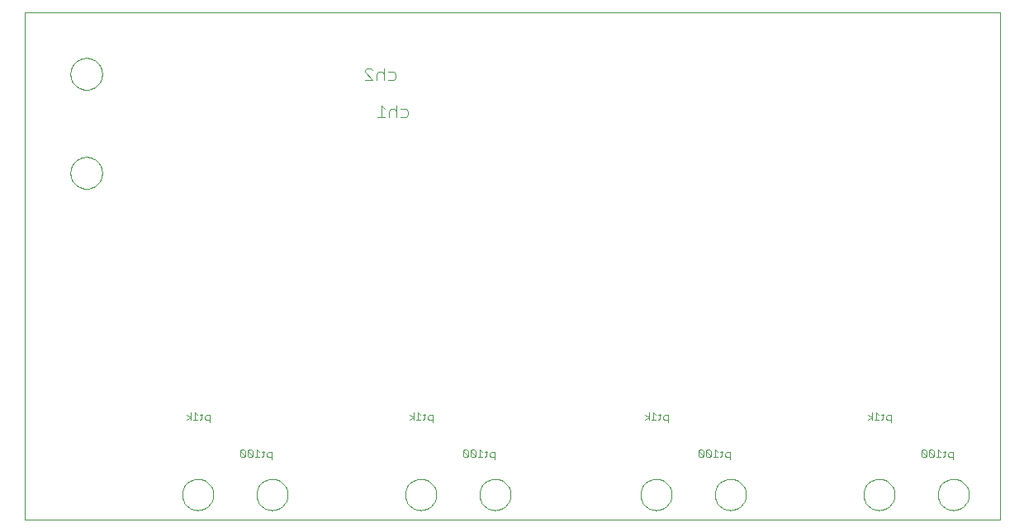
<source format=gbo>
G75*
G70*
%OFA0B0*%
%FSLAX24Y24*%
%IPPOS*%
%LPD*%
%AMOC8*
5,1,8,0,0,1.08239X$1,22.5*
%
%ADD10C,0.0000*%
%ADD11C,0.0040*%
%ADD12C,0.0030*%
D10*
X000704Y003195D02*
X000704Y023691D01*
X040074Y023691D01*
X040074Y003195D01*
X000704Y003195D01*
X007074Y004195D02*
X007076Y004245D01*
X007082Y004295D01*
X007092Y004344D01*
X007106Y004392D01*
X007123Y004439D01*
X007144Y004484D01*
X007169Y004528D01*
X007197Y004569D01*
X007229Y004608D01*
X007263Y004645D01*
X007300Y004679D01*
X007340Y004709D01*
X007382Y004736D01*
X007426Y004760D01*
X007472Y004781D01*
X007519Y004797D01*
X007567Y004810D01*
X007617Y004819D01*
X007666Y004824D01*
X007717Y004825D01*
X007767Y004822D01*
X007816Y004815D01*
X007865Y004804D01*
X007913Y004789D01*
X007959Y004771D01*
X008004Y004749D01*
X008047Y004723D01*
X008088Y004694D01*
X008127Y004662D01*
X008163Y004627D01*
X008195Y004589D01*
X008225Y004549D01*
X008252Y004506D01*
X008275Y004462D01*
X008294Y004416D01*
X008310Y004368D01*
X008322Y004319D01*
X008330Y004270D01*
X008334Y004220D01*
X008334Y004170D01*
X008330Y004120D01*
X008322Y004071D01*
X008310Y004022D01*
X008294Y003974D01*
X008275Y003928D01*
X008252Y003884D01*
X008225Y003841D01*
X008195Y003801D01*
X008163Y003763D01*
X008127Y003728D01*
X008088Y003696D01*
X008047Y003667D01*
X008004Y003641D01*
X007959Y003619D01*
X007913Y003601D01*
X007865Y003586D01*
X007816Y003575D01*
X007767Y003568D01*
X007717Y003565D01*
X007666Y003566D01*
X007617Y003571D01*
X007567Y003580D01*
X007519Y003593D01*
X007472Y003609D01*
X007426Y003630D01*
X007382Y003654D01*
X007340Y003681D01*
X007300Y003711D01*
X007263Y003745D01*
X007229Y003782D01*
X007197Y003821D01*
X007169Y003862D01*
X007144Y003906D01*
X007123Y003951D01*
X007106Y003998D01*
X007092Y004046D01*
X007082Y004095D01*
X007076Y004145D01*
X007074Y004195D01*
X010074Y004195D02*
X010076Y004245D01*
X010082Y004295D01*
X010092Y004344D01*
X010106Y004392D01*
X010123Y004439D01*
X010144Y004484D01*
X010169Y004528D01*
X010197Y004569D01*
X010229Y004608D01*
X010263Y004645D01*
X010300Y004679D01*
X010340Y004709D01*
X010382Y004736D01*
X010426Y004760D01*
X010472Y004781D01*
X010519Y004797D01*
X010567Y004810D01*
X010617Y004819D01*
X010666Y004824D01*
X010717Y004825D01*
X010767Y004822D01*
X010816Y004815D01*
X010865Y004804D01*
X010913Y004789D01*
X010959Y004771D01*
X011004Y004749D01*
X011047Y004723D01*
X011088Y004694D01*
X011127Y004662D01*
X011163Y004627D01*
X011195Y004589D01*
X011225Y004549D01*
X011252Y004506D01*
X011275Y004462D01*
X011294Y004416D01*
X011310Y004368D01*
X011322Y004319D01*
X011330Y004270D01*
X011334Y004220D01*
X011334Y004170D01*
X011330Y004120D01*
X011322Y004071D01*
X011310Y004022D01*
X011294Y003974D01*
X011275Y003928D01*
X011252Y003884D01*
X011225Y003841D01*
X011195Y003801D01*
X011163Y003763D01*
X011127Y003728D01*
X011088Y003696D01*
X011047Y003667D01*
X011004Y003641D01*
X010959Y003619D01*
X010913Y003601D01*
X010865Y003586D01*
X010816Y003575D01*
X010767Y003568D01*
X010717Y003565D01*
X010666Y003566D01*
X010617Y003571D01*
X010567Y003580D01*
X010519Y003593D01*
X010472Y003609D01*
X010426Y003630D01*
X010382Y003654D01*
X010340Y003681D01*
X010300Y003711D01*
X010263Y003745D01*
X010229Y003782D01*
X010197Y003821D01*
X010169Y003862D01*
X010144Y003906D01*
X010123Y003951D01*
X010106Y003998D01*
X010092Y004046D01*
X010082Y004095D01*
X010076Y004145D01*
X010074Y004195D01*
X016074Y004195D02*
X016076Y004245D01*
X016082Y004295D01*
X016092Y004344D01*
X016106Y004392D01*
X016123Y004439D01*
X016144Y004484D01*
X016169Y004528D01*
X016197Y004569D01*
X016229Y004608D01*
X016263Y004645D01*
X016300Y004679D01*
X016340Y004709D01*
X016382Y004736D01*
X016426Y004760D01*
X016472Y004781D01*
X016519Y004797D01*
X016567Y004810D01*
X016617Y004819D01*
X016666Y004824D01*
X016717Y004825D01*
X016767Y004822D01*
X016816Y004815D01*
X016865Y004804D01*
X016913Y004789D01*
X016959Y004771D01*
X017004Y004749D01*
X017047Y004723D01*
X017088Y004694D01*
X017127Y004662D01*
X017163Y004627D01*
X017195Y004589D01*
X017225Y004549D01*
X017252Y004506D01*
X017275Y004462D01*
X017294Y004416D01*
X017310Y004368D01*
X017322Y004319D01*
X017330Y004270D01*
X017334Y004220D01*
X017334Y004170D01*
X017330Y004120D01*
X017322Y004071D01*
X017310Y004022D01*
X017294Y003974D01*
X017275Y003928D01*
X017252Y003884D01*
X017225Y003841D01*
X017195Y003801D01*
X017163Y003763D01*
X017127Y003728D01*
X017088Y003696D01*
X017047Y003667D01*
X017004Y003641D01*
X016959Y003619D01*
X016913Y003601D01*
X016865Y003586D01*
X016816Y003575D01*
X016767Y003568D01*
X016717Y003565D01*
X016666Y003566D01*
X016617Y003571D01*
X016567Y003580D01*
X016519Y003593D01*
X016472Y003609D01*
X016426Y003630D01*
X016382Y003654D01*
X016340Y003681D01*
X016300Y003711D01*
X016263Y003745D01*
X016229Y003782D01*
X016197Y003821D01*
X016169Y003862D01*
X016144Y003906D01*
X016123Y003951D01*
X016106Y003998D01*
X016092Y004046D01*
X016082Y004095D01*
X016076Y004145D01*
X016074Y004195D01*
X019074Y004195D02*
X019076Y004245D01*
X019082Y004295D01*
X019092Y004344D01*
X019106Y004392D01*
X019123Y004439D01*
X019144Y004484D01*
X019169Y004528D01*
X019197Y004569D01*
X019229Y004608D01*
X019263Y004645D01*
X019300Y004679D01*
X019340Y004709D01*
X019382Y004736D01*
X019426Y004760D01*
X019472Y004781D01*
X019519Y004797D01*
X019567Y004810D01*
X019617Y004819D01*
X019666Y004824D01*
X019717Y004825D01*
X019767Y004822D01*
X019816Y004815D01*
X019865Y004804D01*
X019913Y004789D01*
X019959Y004771D01*
X020004Y004749D01*
X020047Y004723D01*
X020088Y004694D01*
X020127Y004662D01*
X020163Y004627D01*
X020195Y004589D01*
X020225Y004549D01*
X020252Y004506D01*
X020275Y004462D01*
X020294Y004416D01*
X020310Y004368D01*
X020322Y004319D01*
X020330Y004270D01*
X020334Y004220D01*
X020334Y004170D01*
X020330Y004120D01*
X020322Y004071D01*
X020310Y004022D01*
X020294Y003974D01*
X020275Y003928D01*
X020252Y003884D01*
X020225Y003841D01*
X020195Y003801D01*
X020163Y003763D01*
X020127Y003728D01*
X020088Y003696D01*
X020047Y003667D01*
X020004Y003641D01*
X019959Y003619D01*
X019913Y003601D01*
X019865Y003586D01*
X019816Y003575D01*
X019767Y003568D01*
X019717Y003565D01*
X019666Y003566D01*
X019617Y003571D01*
X019567Y003580D01*
X019519Y003593D01*
X019472Y003609D01*
X019426Y003630D01*
X019382Y003654D01*
X019340Y003681D01*
X019300Y003711D01*
X019263Y003745D01*
X019229Y003782D01*
X019197Y003821D01*
X019169Y003862D01*
X019144Y003906D01*
X019123Y003951D01*
X019106Y003998D01*
X019092Y004046D01*
X019082Y004095D01*
X019076Y004145D01*
X019074Y004195D01*
X025574Y004195D02*
X025576Y004245D01*
X025582Y004295D01*
X025592Y004344D01*
X025606Y004392D01*
X025623Y004439D01*
X025644Y004484D01*
X025669Y004528D01*
X025697Y004569D01*
X025729Y004608D01*
X025763Y004645D01*
X025800Y004679D01*
X025840Y004709D01*
X025882Y004736D01*
X025926Y004760D01*
X025972Y004781D01*
X026019Y004797D01*
X026067Y004810D01*
X026117Y004819D01*
X026166Y004824D01*
X026217Y004825D01*
X026267Y004822D01*
X026316Y004815D01*
X026365Y004804D01*
X026413Y004789D01*
X026459Y004771D01*
X026504Y004749D01*
X026547Y004723D01*
X026588Y004694D01*
X026627Y004662D01*
X026663Y004627D01*
X026695Y004589D01*
X026725Y004549D01*
X026752Y004506D01*
X026775Y004462D01*
X026794Y004416D01*
X026810Y004368D01*
X026822Y004319D01*
X026830Y004270D01*
X026834Y004220D01*
X026834Y004170D01*
X026830Y004120D01*
X026822Y004071D01*
X026810Y004022D01*
X026794Y003974D01*
X026775Y003928D01*
X026752Y003884D01*
X026725Y003841D01*
X026695Y003801D01*
X026663Y003763D01*
X026627Y003728D01*
X026588Y003696D01*
X026547Y003667D01*
X026504Y003641D01*
X026459Y003619D01*
X026413Y003601D01*
X026365Y003586D01*
X026316Y003575D01*
X026267Y003568D01*
X026217Y003565D01*
X026166Y003566D01*
X026117Y003571D01*
X026067Y003580D01*
X026019Y003593D01*
X025972Y003609D01*
X025926Y003630D01*
X025882Y003654D01*
X025840Y003681D01*
X025800Y003711D01*
X025763Y003745D01*
X025729Y003782D01*
X025697Y003821D01*
X025669Y003862D01*
X025644Y003906D01*
X025623Y003951D01*
X025606Y003998D01*
X025592Y004046D01*
X025582Y004095D01*
X025576Y004145D01*
X025574Y004195D01*
X028574Y004195D02*
X028576Y004245D01*
X028582Y004295D01*
X028592Y004344D01*
X028606Y004392D01*
X028623Y004439D01*
X028644Y004484D01*
X028669Y004528D01*
X028697Y004569D01*
X028729Y004608D01*
X028763Y004645D01*
X028800Y004679D01*
X028840Y004709D01*
X028882Y004736D01*
X028926Y004760D01*
X028972Y004781D01*
X029019Y004797D01*
X029067Y004810D01*
X029117Y004819D01*
X029166Y004824D01*
X029217Y004825D01*
X029267Y004822D01*
X029316Y004815D01*
X029365Y004804D01*
X029413Y004789D01*
X029459Y004771D01*
X029504Y004749D01*
X029547Y004723D01*
X029588Y004694D01*
X029627Y004662D01*
X029663Y004627D01*
X029695Y004589D01*
X029725Y004549D01*
X029752Y004506D01*
X029775Y004462D01*
X029794Y004416D01*
X029810Y004368D01*
X029822Y004319D01*
X029830Y004270D01*
X029834Y004220D01*
X029834Y004170D01*
X029830Y004120D01*
X029822Y004071D01*
X029810Y004022D01*
X029794Y003974D01*
X029775Y003928D01*
X029752Y003884D01*
X029725Y003841D01*
X029695Y003801D01*
X029663Y003763D01*
X029627Y003728D01*
X029588Y003696D01*
X029547Y003667D01*
X029504Y003641D01*
X029459Y003619D01*
X029413Y003601D01*
X029365Y003586D01*
X029316Y003575D01*
X029267Y003568D01*
X029217Y003565D01*
X029166Y003566D01*
X029117Y003571D01*
X029067Y003580D01*
X029019Y003593D01*
X028972Y003609D01*
X028926Y003630D01*
X028882Y003654D01*
X028840Y003681D01*
X028800Y003711D01*
X028763Y003745D01*
X028729Y003782D01*
X028697Y003821D01*
X028669Y003862D01*
X028644Y003906D01*
X028623Y003951D01*
X028606Y003998D01*
X028592Y004046D01*
X028582Y004095D01*
X028576Y004145D01*
X028574Y004195D01*
X034574Y004195D02*
X034576Y004245D01*
X034582Y004295D01*
X034592Y004344D01*
X034606Y004392D01*
X034623Y004439D01*
X034644Y004484D01*
X034669Y004528D01*
X034697Y004569D01*
X034729Y004608D01*
X034763Y004645D01*
X034800Y004679D01*
X034840Y004709D01*
X034882Y004736D01*
X034926Y004760D01*
X034972Y004781D01*
X035019Y004797D01*
X035067Y004810D01*
X035117Y004819D01*
X035166Y004824D01*
X035217Y004825D01*
X035267Y004822D01*
X035316Y004815D01*
X035365Y004804D01*
X035413Y004789D01*
X035459Y004771D01*
X035504Y004749D01*
X035547Y004723D01*
X035588Y004694D01*
X035627Y004662D01*
X035663Y004627D01*
X035695Y004589D01*
X035725Y004549D01*
X035752Y004506D01*
X035775Y004462D01*
X035794Y004416D01*
X035810Y004368D01*
X035822Y004319D01*
X035830Y004270D01*
X035834Y004220D01*
X035834Y004170D01*
X035830Y004120D01*
X035822Y004071D01*
X035810Y004022D01*
X035794Y003974D01*
X035775Y003928D01*
X035752Y003884D01*
X035725Y003841D01*
X035695Y003801D01*
X035663Y003763D01*
X035627Y003728D01*
X035588Y003696D01*
X035547Y003667D01*
X035504Y003641D01*
X035459Y003619D01*
X035413Y003601D01*
X035365Y003586D01*
X035316Y003575D01*
X035267Y003568D01*
X035217Y003565D01*
X035166Y003566D01*
X035117Y003571D01*
X035067Y003580D01*
X035019Y003593D01*
X034972Y003609D01*
X034926Y003630D01*
X034882Y003654D01*
X034840Y003681D01*
X034800Y003711D01*
X034763Y003745D01*
X034729Y003782D01*
X034697Y003821D01*
X034669Y003862D01*
X034644Y003906D01*
X034623Y003951D01*
X034606Y003998D01*
X034592Y004046D01*
X034582Y004095D01*
X034576Y004145D01*
X034574Y004195D01*
X037574Y004195D02*
X037576Y004245D01*
X037582Y004295D01*
X037592Y004344D01*
X037606Y004392D01*
X037623Y004439D01*
X037644Y004484D01*
X037669Y004528D01*
X037697Y004569D01*
X037729Y004608D01*
X037763Y004645D01*
X037800Y004679D01*
X037840Y004709D01*
X037882Y004736D01*
X037926Y004760D01*
X037972Y004781D01*
X038019Y004797D01*
X038067Y004810D01*
X038117Y004819D01*
X038166Y004824D01*
X038217Y004825D01*
X038267Y004822D01*
X038316Y004815D01*
X038365Y004804D01*
X038413Y004789D01*
X038459Y004771D01*
X038504Y004749D01*
X038547Y004723D01*
X038588Y004694D01*
X038627Y004662D01*
X038663Y004627D01*
X038695Y004589D01*
X038725Y004549D01*
X038752Y004506D01*
X038775Y004462D01*
X038794Y004416D01*
X038810Y004368D01*
X038822Y004319D01*
X038830Y004270D01*
X038834Y004220D01*
X038834Y004170D01*
X038830Y004120D01*
X038822Y004071D01*
X038810Y004022D01*
X038794Y003974D01*
X038775Y003928D01*
X038752Y003884D01*
X038725Y003841D01*
X038695Y003801D01*
X038663Y003763D01*
X038627Y003728D01*
X038588Y003696D01*
X038547Y003667D01*
X038504Y003641D01*
X038459Y003619D01*
X038413Y003601D01*
X038365Y003586D01*
X038316Y003575D01*
X038267Y003568D01*
X038217Y003565D01*
X038166Y003566D01*
X038117Y003571D01*
X038067Y003580D01*
X038019Y003593D01*
X037972Y003609D01*
X037926Y003630D01*
X037882Y003654D01*
X037840Y003681D01*
X037800Y003711D01*
X037763Y003745D01*
X037729Y003782D01*
X037697Y003821D01*
X037669Y003862D01*
X037644Y003906D01*
X037623Y003951D01*
X037606Y003998D01*
X037592Y004046D01*
X037582Y004095D01*
X037576Y004145D01*
X037574Y004195D01*
X002564Y017195D02*
X002566Y017245D01*
X002572Y017295D01*
X002582Y017344D01*
X002595Y017393D01*
X002613Y017440D01*
X002634Y017486D01*
X002658Y017529D01*
X002686Y017571D01*
X002717Y017611D01*
X002751Y017648D01*
X002788Y017682D01*
X002828Y017713D01*
X002870Y017741D01*
X002913Y017765D01*
X002959Y017786D01*
X003006Y017804D01*
X003055Y017817D01*
X003104Y017827D01*
X003154Y017833D01*
X003204Y017835D01*
X003254Y017833D01*
X003304Y017827D01*
X003353Y017817D01*
X003402Y017804D01*
X003449Y017786D01*
X003495Y017765D01*
X003538Y017741D01*
X003580Y017713D01*
X003620Y017682D01*
X003657Y017648D01*
X003691Y017611D01*
X003722Y017571D01*
X003750Y017529D01*
X003774Y017486D01*
X003795Y017440D01*
X003813Y017393D01*
X003826Y017344D01*
X003836Y017295D01*
X003842Y017245D01*
X003844Y017195D01*
X003842Y017145D01*
X003836Y017095D01*
X003826Y017046D01*
X003813Y016997D01*
X003795Y016950D01*
X003774Y016904D01*
X003750Y016861D01*
X003722Y016819D01*
X003691Y016779D01*
X003657Y016742D01*
X003620Y016708D01*
X003580Y016677D01*
X003538Y016649D01*
X003495Y016625D01*
X003449Y016604D01*
X003402Y016586D01*
X003353Y016573D01*
X003304Y016563D01*
X003254Y016557D01*
X003204Y016555D01*
X003154Y016557D01*
X003104Y016563D01*
X003055Y016573D01*
X003006Y016586D01*
X002959Y016604D01*
X002913Y016625D01*
X002870Y016649D01*
X002828Y016677D01*
X002788Y016708D01*
X002751Y016742D01*
X002717Y016779D01*
X002686Y016819D01*
X002658Y016861D01*
X002634Y016904D01*
X002613Y016950D01*
X002595Y016997D01*
X002582Y017046D01*
X002572Y017095D01*
X002566Y017145D01*
X002564Y017195D01*
X002564Y021195D02*
X002566Y021245D01*
X002572Y021295D01*
X002582Y021344D01*
X002595Y021393D01*
X002613Y021440D01*
X002634Y021486D01*
X002658Y021529D01*
X002686Y021571D01*
X002717Y021611D01*
X002751Y021648D01*
X002788Y021682D01*
X002828Y021713D01*
X002870Y021741D01*
X002913Y021765D01*
X002959Y021786D01*
X003006Y021804D01*
X003055Y021817D01*
X003104Y021827D01*
X003154Y021833D01*
X003204Y021835D01*
X003254Y021833D01*
X003304Y021827D01*
X003353Y021817D01*
X003402Y021804D01*
X003449Y021786D01*
X003495Y021765D01*
X003538Y021741D01*
X003580Y021713D01*
X003620Y021682D01*
X003657Y021648D01*
X003691Y021611D01*
X003722Y021571D01*
X003750Y021529D01*
X003774Y021486D01*
X003795Y021440D01*
X003813Y021393D01*
X003826Y021344D01*
X003836Y021295D01*
X003842Y021245D01*
X003844Y021195D01*
X003842Y021145D01*
X003836Y021095D01*
X003826Y021046D01*
X003813Y020997D01*
X003795Y020950D01*
X003774Y020904D01*
X003750Y020861D01*
X003722Y020819D01*
X003691Y020779D01*
X003657Y020742D01*
X003620Y020708D01*
X003580Y020677D01*
X003538Y020649D01*
X003495Y020625D01*
X003449Y020604D01*
X003402Y020586D01*
X003353Y020573D01*
X003304Y020563D01*
X003254Y020557D01*
X003204Y020555D01*
X003154Y020557D01*
X003104Y020563D01*
X003055Y020573D01*
X003006Y020586D01*
X002959Y020604D01*
X002913Y020625D01*
X002870Y020649D01*
X002828Y020677D01*
X002788Y020708D01*
X002751Y020742D01*
X002717Y020779D01*
X002686Y020819D01*
X002658Y020861D01*
X002634Y020904D01*
X002613Y020950D01*
X002595Y020997D01*
X002582Y021046D01*
X002572Y021095D01*
X002566Y021145D01*
X002564Y021195D01*
D11*
X014456Y021272D02*
X014456Y021349D01*
X014533Y021426D01*
X014686Y021426D01*
X014763Y021349D01*
X014916Y021195D02*
X014916Y020965D01*
X014763Y020965D02*
X014456Y021272D01*
X014916Y021195D02*
X014993Y021272D01*
X015147Y021272D01*
X015223Y021195D01*
X015377Y021272D02*
X015607Y021272D01*
X015684Y021195D01*
X015684Y021042D01*
X015607Y020965D01*
X015377Y020965D01*
X015223Y020965D02*
X015223Y021426D01*
X014763Y020965D02*
X014456Y020965D01*
X015110Y019926D02*
X015110Y019465D01*
X015263Y019465D02*
X014956Y019465D01*
X015263Y019772D02*
X015110Y019926D01*
X015416Y019695D02*
X015416Y019465D01*
X015416Y019695D02*
X015493Y019772D01*
X015647Y019772D01*
X015723Y019695D01*
X015877Y019772D02*
X016107Y019772D01*
X016184Y019695D01*
X016184Y019542D01*
X016107Y019465D01*
X015877Y019465D01*
X015723Y019465D02*
X015723Y019926D01*
D12*
X016403Y007500D02*
X016403Y007210D01*
X016403Y007307D02*
X016258Y007404D01*
X016403Y007307D02*
X016258Y007210D01*
X016504Y007210D02*
X016698Y007210D01*
X016601Y007210D02*
X016601Y007500D01*
X016698Y007404D01*
X016797Y007404D02*
X016894Y007404D01*
X016846Y007452D02*
X016846Y007258D01*
X016797Y007210D01*
X016995Y007258D02*
X017044Y007210D01*
X017189Y007210D01*
X017189Y007113D02*
X017189Y007404D01*
X017044Y007404D01*
X016995Y007355D01*
X016995Y007258D01*
X018415Y005952D02*
X018463Y006000D01*
X018560Y006000D01*
X018608Y005952D01*
X018608Y005758D01*
X018415Y005952D01*
X018415Y005758D01*
X018463Y005710D01*
X018560Y005710D01*
X018608Y005758D01*
X018710Y005758D02*
X018758Y005710D01*
X018855Y005710D01*
X018903Y005758D01*
X018710Y005952D01*
X018710Y005758D01*
X018903Y005758D02*
X018903Y005952D01*
X018855Y006000D01*
X018758Y006000D01*
X018710Y005952D01*
X019004Y005710D02*
X019198Y005710D01*
X019101Y005710D02*
X019101Y006000D01*
X019198Y005904D01*
X019297Y005904D02*
X019394Y005904D01*
X019346Y005952D02*
X019346Y005758D01*
X019297Y005710D01*
X019495Y005758D02*
X019544Y005710D01*
X019689Y005710D01*
X019689Y005613D02*
X019689Y005904D01*
X019544Y005904D01*
X019495Y005855D01*
X019495Y005758D01*
X025758Y007210D02*
X025903Y007307D01*
X025758Y007404D01*
X025903Y007500D02*
X025903Y007210D01*
X026004Y007210D02*
X026198Y007210D01*
X026101Y007210D02*
X026101Y007500D01*
X026198Y007404D01*
X026297Y007404D02*
X026394Y007404D01*
X026346Y007452D02*
X026346Y007258D01*
X026297Y007210D01*
X026495Y007258D02*
X026544Y007210D01*
X026689Y007210D01*
X026689Y007113D02*
X026689Y007404D01*
X026544Y007404D01*
X026495Y007355D01*
X026495Y007258D01*
X027915Y005952D02*
X027963Y006000D01*
X028060Y006000D01*
X028108Y005952D01*
X028108Y005758D01*
X027915Y005952D01*
X027915Y005758D01*
X027963Y005710D01*
X028060Y005710D01*
X028108Y005758D01*
X028210Y005758D02*
X028258Y005710D01*
X028355Y005710D01*
X028403Y005758D01*
X028210Y005952D01*
X028210Y005758D01*
X028403Y005758D02*
X028403Y005952D01*
X028355Y006000D01*
X028258Y006000D01*
X028210Y005952D01*
X028504Y005710D02*
X028698Y005710D01*
X028601Y005710D02*
X028601Y006000D01*
X028698Y005904D01*
X028797Y005904D02*
X028894Y005904D01*
X028846Y005952D02*
X028846Y005758D01*
X028797Y005710D01*
X028995Y005758D02*
X029044Y005710D01*
X029189Y005710D01*
X029189Y005613D02*
X029189Y005904D01*
X029044Y005904D01*
X028995Y005855D01*
X028995Y005758D01*
X034758Y007210D02*
X034903Y007307D01*
X034758Y007404D01*
X034903Y007500D02*
X034903Y007210D01*
X035004Y007210D02*
X035198Y007210D01*
X035101Y007210D02*
X035101Y007500D01*
X035198Y007404D01*
X035297Y007404D02*
X035394Y007404D01*
X035346Y007452D02*
X035346Y007258D01*
X035297Y007210D01*
X035495Y007258D02*
X035544Y007210D01*
X035689Y007210D01*
X035689Y007113D02*
X035689Y007404D01*
X035544Y007404D01*
X035495Y007355D01*
X035495Y007258D01*
X036915Y005952D02*
X036963Y006000D01*
X037060Y006000D01*
X037108Y005952D01*
X037108Y005758D01*
X036915Y005952D01*
X036915Y005758D01*
X036963Y005710D01*
X037060Y005710D01*
X037108Y005758D01*
X037210Y005758D02*
X037258Y005710D01*
X037355Y005710D01*
X037403Y005758D01*
X037210Y005952D01*
X037210Y005758D01*
X037403Y005758D02*
X037403Y005952D01*
X037355Y006000D01*
X037258Y006000D01*
X037210Y005952D01*
X037504Y005710D02*
X037698Y005710D01*
X037601Y005710D02*
X037601Y006000D01*
X037698Y005904D01*
X037797Y005904D02*
X037894Y005904D01*
X037846Y005952D02*
X037846Y005758D01*
X037797Y005710D01*
X037995Y005758D02*
X038044Y005710D01*
X038189Y005710D01*
X038189Y005613D02*
X038189Y005904D01*
X038044Y005904D01*
X037995Y005855D01*
X037995Y005758D01*
X010689Y005710D02*
X010544Y005710D01*
X010495Y005758D01*
X010495Y005855D01*
X010544Y005904D01*
X010689Y005904D01*
X010689Y005613D01*
X010346Y005758D02*
X010297Y005710D01*
X010346Y005758D02*
X010346Y005952D01*
X010394Y005904D02*
X010297Y005904D01*
X010198Y005904D02*
X010101Y006000D01*
X010101Y005710D01*
X010198Y005710D02*
X010004Y005710D01*
X009903Y005758D02*
X009855Y005710D01*
X009758Y005710D01*
X009710Y005758D01*
X009710Y005952D01*
X009903Y005758D01*
X009903Y005952D01*
X009855Y006000D01*
X009758Y006000D01*
X009710Y005952D01*
X009608Y005952D02*
X009560Y006000D01*
X009463Y006000D01*
X009415Y005952D01*
X009608Y005758D01*
X009560Y005710D01*
X009463Y005710D01*
X009415Y005758D01*
X009415Y005952D01*
X009608Y005952D02*
X009608Y005758D01*
X008189Y007113D02*
X008189Y007404D01*
X008044Y007404D01*
X007995Y007355D01*
X007995Y007258D01*
X008044Y007210D01*
X008189Y007210D01*
X007846Y007258D02*
X007846Y007452D01*
X007894Y007404D02*
X007797Y007404D01*
X007698Y007404D02*
X007601Y007500D01*
X007601Y007210D01*
X007698Y007210D02*
X007504Y007210D01*
X007403Y007210D02*
X007403Y007500D01*
X007258Y007404D02*
X007403Y007307D01*
X007258Y007210D01*
X007797Y007210D02*
X007846Y007258D01*
M02*

</source>
